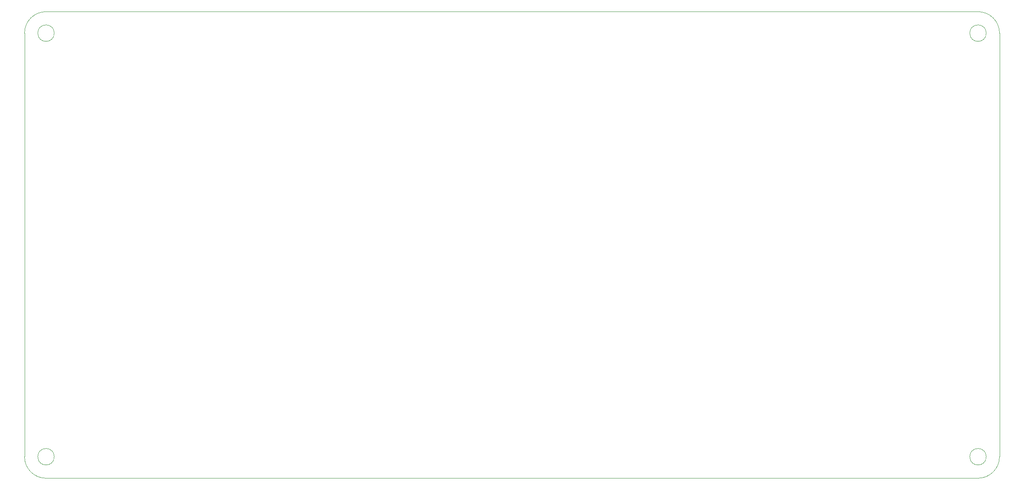
<source format=gbr>
%TF.GenerationSoftware,KiCad,Pcbnew,(5.1.10)-1*%
%TF.CreationDate,2021-08-28T09:33:30-05:00*%
%TF.ProjectId,Relay-Module,52656c61-792d-44d6-9f64-756c652e6b69,rev?*%
%TF.SameCoordinates,Original*%
%TF.FileFunction,Profile,NP*%
%FSLAX46Y46*%
G04 Gerber Fmt 4.6, Leading zero omitted, Abs format (unit mm)*
G04 Created by KiCad (PCBNEW (5.1.10)-1) date 2021-08-28 09:33:30*
%MOMM*%
%LPD*%
G01*
G04 APERTURE LIST*
%TA.AperFunction,Profile*%
%ADD10C,0.050000*%
%TD*%
%TA.AperFunction,Profile*%
%ADD11C,0.025400*%
%TD*%
G04 APERTURE END LIST*
D10*
X38100000Y-42672000D02*
G75*
G02*
X42672000Y-38100000I4572000J0D01*
G01*
X42672000Y-137414000D02*
G75*
G02*
X38100000Y-132842000I0J4572000D01*
G01*
D11*
X245364000Y-132842000D02*
G75*
G02*
X240792000Y-137414000I-4572000J0D01*
G01*
X240792000Y-38100000D02*
G75*
G02*
X245364000Y-42672000I0J-4572000D01*
G01*
X242544600Y-132842000D02*
G75*
G03*
X242544600Y-132842000I-1752600J0D01*
G01*
X242544600Y-42672000D02*
G75*
G03*
X242544600Y-42672000I-1752600J0D01*
G01*
X44424600Y-132842000D02*
G75*
G03*
X44424600Y-132842000I-1752600J0D01*
G01*
X44424600Y-42672000D02*
G75*
G03*
X44424600Y-42672000I-1752600J0D01*
G01*
X245364000Y-42672000D02*
X245364000Y-132842000D01*
X42672000Y-137414000D02*
X240792000Y-137414000D01*
X38100000Y-42672000D02*
X38100000Y-132842000D01*
X42672000Y-38100000D02*
X240792000Y-38100000D01*
M02*

</source>
